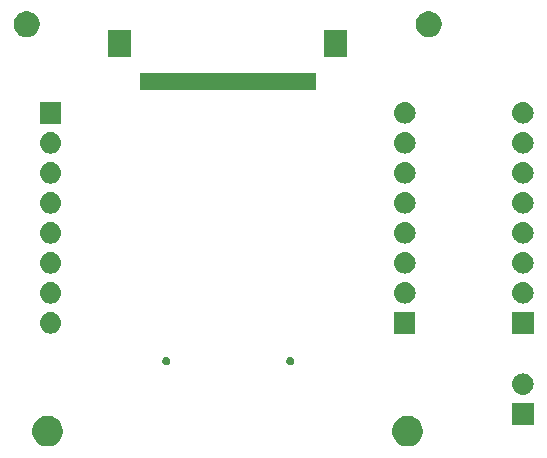
<source format=gts>
G04 #@! TF.GenerationSoftware,KiCad,Pcbnew,(5.1.0)-1*
G04 #@! TF.CreationDate,2019-07-18T12:24:04+05:30*
G04 #@! TF.ProjectId,AR0135_adapter_rev1,41523031-3335-45f6-9164-61707465725f,rev?*
G04 #@! TF.SameCoordinates,Original*
G04 #@! TF.FileFunction,Soldermask,Top*
G04 #@! TF.FilePolarity,Negative*
%FSLAX46Y46*%
G04 Gerber Fmt 4.6, Leading zero omitted, Abs format (unit mm)*
G04 Created by KiCad (PCBNEW (5.1.0)-1) date 2019-07-18 12:24:04*
%MOMM*%
%LPD*%
G04 APERTURE LIST*
%ADD10C,0.100000*%
G04 APERTURE END LIST*
D10*
G36*
X55619487Y-46193996D02*
G01*
X55856253Y-46292068D01*
X55856255Y-46292069D01*
X56069339Y-46434447D01*
X56250553Y-46615661D01*
X56392932Y-46828747D01*
X56491004Y-47065513D01*
X56541000Y-47316861D01*
X56541000Y-47573139D01*
X56491004Y-47824487D01*
X56392932Y-48061253D01*
X56392931Y-48061255D01*
X56250553Y-48274339D01*
X56069339Y-48455553D01*
X55856255Y-48597931D01*
X55856254Y-48597932D01*
X55856253Y-48597932D01*
X55619487Y-48696004D01*
X55368139Y-48746000D01*
X55111861Y-48746000D01*
X54860513Y-48696004D01*
X54623747Y-48597932D01*
X54623746Y-48597932D01*
X54623745Y-48597931D01*
X54410661Y-48455553D01*
X54229447Y-48274339D01*
X54087069Y-48061255D01*
X54087068Y-48061253D01*
X53988996Y-47824487D01*
X53939000Y-47573139D01*
X53939000Y-47316861D01*
X53988996Y-47065513D01*
X54087068Y-46828747D01*
X54229447Y-46615661D01*
X54410661Y-46434447D01*
X54623745Y-46292069D01*
X54623747Y-46292068D01*
X54860513Y-46193996D01*
X55111861Y-46144000D01*
X55368139Y-46144000D01*
X55619487Y-46193996D01*
X55619487Y-46193996D01*
G37*
G36*
X25139487Y-46193996D02*
G01*
X25376253Y-46292068D01*
X25376255Y-46292069D01*
X25589339Y-46434447D01*
X25770553Y-46615661D01*
X25912932Y-46828747D01*
X26011004Y-47065513D01*
X26061000Y-47316861D01*
X26061000Y-47573139D01*
X26011004Y-47824487D01*
X25912932Y-48061253D01*
X25912931Y-48061255D01*
X25770553Y-48274339D01*
X25589339Y-48455553D01*
X25376255Y-48597931D01*
X25376254Y-48597932D01*
X25376253Y-48597932D01*
X25139487Y-48696004D01*
X24888139Y-48746000D01*
X24631861Y-48746000D01*
X24380513Y-48696004D01*
X24143747Y-48597932D01*
X24143746Y-48597932D01*
X24143745Y-48597931D01*
X23930661Y-48455553D01*
X23749447Y-48274339D01*
X23607069Y-48061255D01*
X23607068Y-48061253D01*
X23508996Y-47824487D01*
X23459000Y-47573139D01*
X23459000Y-47316861D01*
X23508996Y-47065513D01*
X23607068Y-46828747D01*
X23749447Y-46615661D01*
X23930661Y-46434447D01*
X24143745Y-46292069D01*
X24143747Y-46292068D01*
X24380513Y-46193996D01*
X24631861Y-46144000D01*
X24888139Y-46144000D01*
X25139487Y-46193996D01*
X25139487Y-46193996D01*
G37*
G36*
X65901000Y-46901000D02*
G01*
X64099000Y-46901000D01*
X64099000Y-45099000D01*
X65901000Y-45099000D01*
X65901000Y-46901000D01*
X65901000Y-46901000D01*
G37*
G36*
X65110443Y-42565519D02*
G01*
X65176627Y-42572037D01*
X65346466Y-42623557D01*
X65502991Y-42707222D01*
X65538729Y-42736552D01*
X65640186Y-42819814D01*
X65723448Y-42921271D01*
X65752778Y-42957009D01*
X65836443Y-43113534D01*
X65887963Y-43283373D01*
X65905359Y-43460000D01*
X65887963Y-43636627D01*
X65836443Y-43806466D01*
X65752778Y-43962991D01*
X65723448Y-43998729D01*
X65640186Y-44100186D01*
X65538729Y-44183448D01*
X65502991Y-44212778D01*
X65346466Y-44296443D01*
X65176627Y-44347963D01*
X65110443Y-44354481D01*
X65044260Y-44361000D01*
X64955740Y-44361000D01*
X64889557Y-44354481D01*
X64823373Y-44347963D01*
X64653534Y-44296443D01*
X64497009Y-44212778D01*
X64461271Y-44183448D01*
X64359814Y-44100186D01*
X64276552Y-43998729D01*
X64247222Y-43962991D01*
X64163557Y-43806466D01*
X64112037Y-43636627D01*
X64094641Y-43460000D01*
X64112037Y-43283373D01*
X64163557Y-43113534D01*
X64247222Y-42957009D01*
X64276552Y-42921271D01*
X64359814Y-42819814D01*
X64461271Y-42736552D01*
X64497009Y-42707222D01*
X64653534Y-42623557D01*
X64823373Y-42572037D01*
X64889557Y-42565519D01*
X64955740Y-42559000D01*
X65044260Y-42559000D01*
X65110443Y-42565519D01*
X65110443Y-42565519D01*
G37*
G36*
X45402383Y-41162489D02*
G01*
X45402386Y-41162490D01*
X45402385Y-41162490D01*
X45466258Y-41188946D01*
X45523748Y-41227360D01*
X45572640Y-41276252D01*
X45611054Y-41333742D01*
X45632624Y-41385818D01*
X45637511Y-41397617D01*
X45651000Y-41465430D01*
X45651000Y-41534570D01*
X45637511Y-41602383D01*
X45637510Y-41602385D01*
X45611054Y-41666258D01*
X45572640Y-41723748D01*
X45523748Y-41772640D01*
X45466258Y-41811054D01*
X45414182Y-41832624D01*
X45402383Y-41837511D01*
X45334570Y-41851000D01*
X45265430Y-41851000D01*
X45197617Y-41837511D01*
X45185818Y-41832624D01*
X45133742Y-41811054D01*
X45076252Y-41772640D01*
X45027360Y-41723748D01*
X44988946Y-41666258D01*
X44962490Y-41602385D01*
X44962489Y-41602383D01*
X44949000Y-41534570D01*
X44949000Y-41465430D01*
X44962489Y-41397617D01*
X44967376Y-41385818D01*
X44988946Y-41333742D01*
X45027360Y-41276252D01*
X45076252Y-41227360D01*
X45133742Y-41188946D01*
X45197615Y-41162490D01*
X45197614Y-41162490D01*
X45197617Y-41162489D01*
X45265430Y-41149000D01*
X45334570Y-41149000D01*
X45402383Y-41162489D01*
X45402383Y-41162489D01*
G37*
G36*
X34902383Y-41162489D02*
G01*
X34902386Y-41162490D01*
X34902385Y-41162490D01*
X34966258Y-41188946D01*
X35023748Y-41227360D01*
X35072640Y-41276252D01*
X35111054Y-41333742D01*
X35132624Y-41385818D01*
X35137511Y-41397617D01*
X35151000Y-41465430D01*
X35151000Y-41534570D01*
X35137511Y-41602383D01*
X35137510Y-41602385D01*
X35111054Y-41666258D01*
X35072640Y-41723748D01*
X35023748Y-41772640D01*
X34966258Y-41811054D01*
X34914182Y-41832624D01*
X34902383Y-41837511D01*
X34834570Y-41851000D01*
X34765430Y-41851000D01*
X34697617Y-41837511D01*
X34685818Y-41832624D01*
X34633742Y-41811054D01*
X34576252Y-41772640D01*
X34527360Y-41723748D01*
X34488946Y-41666258D01*
X34462490Y-41602385D01*
X34462489Y-41602383D01*
X34449000Y-41534570D01*
X34449000Y-41465430D01*
X34462489Y-41397617D01*
X34467376Y-41385818D01*
X34488946Y-41333742D01*
X34527360Y-41276252D01*
X34576252Y-41227360D01*
X34633742Y-41188946D01*
X34697615Y-41162490D01*
X34697614Y-41162490D01*
X34697617Y-41162489D01*
X34765430Y-41149000D01*
X34834570Y-41149000D01*
X34902383Y-41162489D01*
X34902383Y-41162489D01*
G37*
G36*
X25110442Y-37385518D02*
G01*
X25176627Y-37392037D01*
X25346466Y-37443557D01*
X25502991Y-37527222D01*
X25538729Y-37556552D01*
X25640186Y-37639814D01*
X25723448Y-37741271D01*
X25752778Y-37777009D01*
X25836443Y-37933534D01*
X25887963Y-38103373D01*
X25905359Y-38280000D01*
X25887963Y-38456627D01*
X25836443Y-38626466D01*
X25752778Y-38782991D01*
X25723448Y-38818729D01*
X25640186Y-38920186D01*
X25538729Y-39003448D01*
X25502991Y-39032778D01*
X25346466Y-39116443D01*
X25176627Y-39167963D01*
X25110443Y-39174481D01*
X25044260Y-39181000D01*
X24955740Y-39181000D01*
X24889557Y-39174481D01*
X24823373Y-39167963D01*
X24653534Y-39116443D01*
X24497009Y-39032778D01*
X24461271Y-39003448D01*
X24359814Y-38920186D01*
X24276552Y-38818729D01*
X24247222Y-38782991D01*
X24163557Y-38626466D01*
X24112037Y-38456627D01*
X24094641Y-38280000D01*
X24112037Y-38103373D01*
X24163557Y-37933534D01*
X24247222Y-37777009D01*
X24276552Y-37741271D01*
X24359814Y-37639814D01*
X24461271Y-37556552D01*
X24497009Y-37527222D01*
X24653534Y-37443557D01*
X24823373Y-37392037D01*
X24889558Y-37385518D01*
X24955740Y-37379000D01*
X25044260Y-37379000D01*
X25110442Y-37385518D01*
X25110442Y-37385518D01*
G37*
G36*
X55901000Y-39181000D02*
G01*
X54099000Y-39181000D01*
X54099000Y-37379000D01*
X55901000Y-37379000D01*
X55901000Y-39181000D01*
X55901000Y-39181000D01*
G37*
G36*
X65901000Y-39181000D02*
G01*
X64099000Y-39181000D01*
X64099000Y-37379000D01*
X65901000Y-37379000D01*
X65901000Y-39181000D01*
X65901000Y-39181000D01*
G37*
G36*
X65110443Y-34845519D02*
G01*
X65176627Y-34852037D01*
X65346466Y-34903557D01*
X65502991Y-34987222D01*
X65538729Y-35016552D01*
X65640186Y-35099814D01*
X65723448Y-35201271D01*
X65752778Y-35237009D01*
X65836443Y-35393534D01*
X65887963Y-35563373D01*
X65905359Y-35740000D01*
X65887963Y-35916627D01*
X65836443Y-36086466D01*
X65752778Y-36242991D01*
X65723448Y-36278729D01*
X65640186Y-36380186D01*
X65538729Y-36463448D01*
X65502991Y-36492778D01*
X65346466Y-36576443D01*
X65176627Y-36627963D01*
X65110442Y-36634482D01*
X65044260Y-36641000D01*
X64955740Y-36641000D01*
X64889558Y-36634482D01*
X64823373Y-36627963D01*
X64653534Y-36576443D01*
X64497009Y-36492778D01*
X64461271Y-36463448D01*
X64359814Y-36380186D01*
X64276552Y-36278729D01*
X64247222Y-36242991D01*
X64163557Y-36086466D01*
X64112037Y-35916627D01*
X64094641Y-35740000D01*
X64112037Y-35563373D01*
X64163557Y-35393534D01*
X64247222Y-35237009D01*
X64276552Y-35201271D01*
X64359814Y-35099814D01*
X64461271Y-35016552D01*
X64497009Y-34987222D01*
X64653534Y-34903557D01*
X64823373Y-34852037D01*
X64889557Y-34845519D01*
X64955740Y-34839000D01*
X65044260Y-34839000D01*
X65110443Y-34845519D01*
X65110443Y-34845519D01*
G37*
G36*
X55110443Y-34845519D02*
G01*
X55176627Y-34852037D01*
X55346466Y-34903557D01*
X55502991Y-34987222D01*
X55538729Y-35016552D01*
X55640186Y-35099814D01*
X55723448Y-35201271D01*
X55752778Y-35237009D01*
X55836443Y-35393534D01*
X55887963Y-35563373D01*
X55905359Y-35740000D01*
X55887963Y-35916627D01*
X55836443Y-36086466D01*
X55752778Y-36242991D01*
X55723448Y-36278729D01*
X55640186Y-36380186D01*
X55538729Y-36463448D01*
X55502991Y-36492778D01*
X55346466Y-36576443D01*
X55176627Y-36627963D01*
X55110442Y-36634482D01*
X55044260Y-36641000D01*
X54955740Y-36641000D01*
X54889558Y-36634482D01*
X54823373Y-36627963D01*
X54653534Y-36576443D01*
X54497009Y-36492778D01*
X54461271Y-36463448D01*
X54359814Y-36380186D01*
X54276552Y-36278729D01*
X54247222Y-36242991D01*
X54163557Y-36086466D01*
X54112037Y-35916627D01*
X54094641Y-35740000D01*
X54112037Y-35563373D01*
X54163557Y-35393534D01*
X54247222Y-35237009D01*
X54276552Y-35201271D01*
X54359814Y-35099814D01*
X54461271Y-35016552D01*
X54497009Y-34987222D01*
X54653534Y-34903557D01*
X54823373Y-34852037D01*
X54889557Y-34845519D01*
X54955740Y-34839000D01*
X55044260Y-34839000D01*
X55110443Y-34845519D01*
X55110443Y-34845519D01*
G37*
G36*
X25110443Y-34845519D02*
G01*
X25176627Y-34852037D01*
X25346466Y-34903557D01*
X25502991Y-34987222D01*
X25538729Y-35016552D01*
X25640186Y-35099814D01*
X25723448Y-35201271D01*
X25752778Y-35237009D01*
X25836443Y-35393534D01*
X25887963Y-35563373D01*
X25905359Y-35740000D01*
X25887963Y-35916627D01*
X25836443Y-36086466D01*
X25752778Y-36242991D01*
X25723448Y-36278729D01*
X25640186Y-36380186D01*
X25538729Y-36463448D01*
X25502991Y-36492778D01*
X25346466Y-36576443D01*
X25176627Y-36627963D01*
X25110442Y-36634482D01*
X25044260Y-36641000D01*
X24955740Y-36641000D01*
X24889558Y-36634482D01*
X24823373Y-36627963D01*
X24653534Y-36576443D01*
X24497009Y-36492778D01*
X24461271Y-36463448D01*
X24359814Y-36380186D01*
X24276552Y-36278729D01*
X24247222Y-36242991D01*
X24163557Y-36086466D01*
X24112037Y-35916627D01*
X24094641Y-35740000D01*
X24112037Y-35563373D01*
X24163557Y-35393534D01*
X24247222Y-35237009D01*
X24276552Y-35201271D01*
X24359814Y-35099814D01*
X24461271Y-35016552D01*
X24497009Y-34987222D01*
X24653534Y-34903557D01*
X24823373Y-34852037D01*
X24889557Y-34845519D01*
X24955740Y-34839000D01*
X25044260Y-34839000D01*
X25110443Y-34845519D01*
X25110443Y-34845519D01*
G37*
G36*
X25110443Y-32305519D02*
G01*
X25176627Y-32312037D01*
X25346466Y-32363557D01*
X25502991Y-32447222D01*
X25538729Y-32476552D01*
X25640186Y-32559814D01*
X25723448Y-32661271D01*
X25752778Y-32697009D01*
X25836443Y-32853534D01*
X25887963Y-33023373D01*
X25905359Y-33200000D01*
X25887963Y-33376627D01*
X25836443Y-33546466D01*
X25752778Y-33702991D01*
X25723448Y-33738729D01*
X25640186Y-33840186D01*
X25538729Y-33923448D01*
X25502991Y-33952778D01*
X25346466Y-34036443D01*
X25176627Y-34087963D01*
X25110443Y-34094481D01*
X25044260Y-34101000D01*
X24955740Y-34101000D01*
X24889557Y-34094481D01*
X24823373Y-34087963D01*
X24653534Y-34036443D01*
X24497009Y-33952778D01*
X24461271Y-33923448D01*
X24359814Y-33840186D01*
X24276552Y-33738729D01*
X24247222Y-33702991D01*
X24163557Y-33546466D01*
X24112037Y-33376627D01*
X24094641Y-33200000D01*
X24112037Y-33023373D01*
X24163557Y-32853534D01*
X24247222Y-32697009D01*
X24276552Y-32661271D01*
X24359814Y-32559814D01*
X24461271Y-32476552D01*
X24497009Y-32447222D01*
X24653534Y-32363557D01*
X24823373Y-32312037D01*
X24889557Y-32305519D01*
X24955740Y-32299000D01*
X25044260Y-32299000D01*
X25110443Y-32305519D01*
X25110443Y-32305519D01*
G37*
G36*
X55110443Y-32305519D02*
G01*
X55176627Y-32312037D01*
X55346466Y-32363557D01*
X55502991Y-32447222D01*
X55538729Y-32476552D01*
X55640186Y-32559814D01*
X55723448Y-32661271D01*
X55752778Y-32697009D01*
X55836443Y-32853534D01*
X55887963Y-33023373D01*
X55905359Y-33200000D01*
X55887963Y-33376627D01*
X55836443Y-33546466D01*
X55752778Y-33702991D01*
X55723448Y-33738729D01*
X55640186Y-33840186D01*
X55538729Y-33923448D01*
X55502991Y-33952778D01*
X55346466Y-34036443D01*
X55176627Y-34087963D01*
X55110443Y-34094481D01*
X55044260Y-34101000D01*
X54955740Y-34101000D01*
X54889557Y-34094481D01*
X54823373Y-34087963D01*
X54653534Y-34036443D01*
X54497009Y-33952778D01*
X54461271Y-33923448D01*
X54359814Y-33840186D01*
X54276552Y-33738729D01*
X54247222Y-33702991D01*
X54163557Y-33546466D01*
X54112037Y-33376627D01*
X54094641Y-33200000D01*
X54112037Y-33023373D01*
X54163557Y-32853534D01*
X54247222Y-32697009D01*
X54276552Y-32661271D01*
X54359814Y-32559814D01*
X54461271Y-32476552D01*
X54497009Y-32447222D01*
X54653534Y-32363557D01*
X54823373Y-32312037D01*
X54889557Y-32305519D01*
X54955740Y-32299000D01*
X55044260Y-32299000D01*
X55110443Y-32305519D01*
X55110443Y-32305519D01*
G37*
G36*
X65110443Y-32305519D02*
G01*
X65176627Y-32312037D01*
X65346466Y-32363557D01*
X65502991Y-32447222D01*
X65538729Y-32476552D01*
X65640186Y-32559814D01*
X65723448Y-32661271D01*
X65752778Y-32697009D01*
X65836443Y-32853534D01*
X65887963Y-33023373D01*
X65905359Y-33200000D01*
X65887963Y-33376627D01*
X65836443Y-33546466D01*
X65752778Y-33702991D01*
X65723448Y-33738729D01*
X65640186Y-33840186D01*
X65538729Y-33923448D01*
X65502991Y-33952778D01*
X65346466Y-34036443D01*
X65176627Y-34087963D01*
X65110443Y-34094481D01*
X65044260Y-34101000D01*
X64955740Y-34101000D01*
X64889557Y-34094481D01*
X64823373Y-34087963D01*
X64653534Y-34036443D01*
X64497009Y-33952778D01*
X64461271Y-33923448D01*
X64359814Y-33840186D01*
X64276552Y-33738729D01*
X64247222Y-33702991D01*
X64163557Y-33546466D01*
X64112037Y-33376627D01*
X64094641Y-33200000D01*
X64112037Y-33023373D01*
X64163557Y-32853534D01*
X64247222Y-32697009D01*
X64276552Y-32661271D01*
X64359814Y-32559814D01*
X64461271Y-32476552D01*
X64497009Y-32447222D01*
X64653534Y-32363557D01*
X64823373Y-32312037D01*
X64889557Y-32305519D01*
X64955740Y-32299000D01*
X65044260Y-32299000D01*
X65110443Y-32305519D01*
X65110443Y-32305519D01*
G37*
G36*
X55110443Y-29765519D02*
G01*
X55176627Y-29772037D01*
X55346466Y-29823557D01*
X55502991Y-29907222D01*
X55538729Y-29936552D01*
X55640186Y-30019814D01*
X55723448Y-30121271D01*
X55752778Y-30157009D01*
X55836443Y-30313534D01*
X55887963Y-30483373D01*
X55905359Y-30660000D01*
X55887963Y-30836627D01*
X55836443Y-31006466D01*
X55752778Y-31162991D01*
X55723448Y-31198729D01*
X55640186Y-31300186D01*
X55538729Y-31383448D01*
X55502991Y-31412778D01*
X55346466Y-31496443D01*
X55176627Y-31547963D01*
X55110443Y-31554481D01*
X55044260Y-31561000D01*
X54955740Y-31561000D01*
X54889557Y-31554481D01*
X54823373Y-31547963D01*
X54653534Y-31496443D01*
X54497009Y-31412778D01*
X54461271Y-31383448D01*
X54359814Y-31300186D01*
X54276552Y-31198729D01*
X54247222Y-31162991D01*
X54163557Y-31006466D01*
X54112037Y-30836627D01*
X54094641Y-30660000D01*
X54112037Y-30483373D01*
X54163557Y-30313534D01*
X54247222Y-30157009D01*
X54276552Y-30121271D01*
X54359814Y-30019814D01*
X54461271Y-29936552D01*
X54497009Y-29907222D01*
X54653534Y-29823557D01*
X54823373Y-29772037D01*
X54889557Y-29765519D01*
X54955740Y-29759000D01*
X55044260Y-29759000D01*
X55110443Y-29765519D01*
X55110443Y-29765519D01*
G37*
G36*
X25110443Y-29765519D02*
G01*
X25176627Y-29772037D01*
X25346466Y-29823557D01*
X25502991Y-29907222D01*
X25538729Y-29936552D01*
X25640186Y-30019814D01*
X25723448Y-30121271D01*
X25752778Y-30157009D01*
X25836443Y-30313534D01*
X25887963Y-30483373D01*
X25905359Y-30660000D01*
X25887963Y-30836627D01*
X25836443Y-31006466D01*
X25752778Y-31162991D01*
X25723448Y-31198729D01*
X25640186Y-31300186D01*
X25538729Y-31383448D01*
X25502991Y-31412778D01*
X25346466Y-31496443D01*
X25176627Y-31547963D01*
X25110443Y-31554481D01*
X25044260Y-31561000D01*
X24955740Y-31561000D01*
X24889557Y-31554481D01*
X24823373Y-31547963D01*
X24653534Y-31496443D01*
X24497009Y-31412778D01*
X24461271Y-31383448D01*
X24359814Y-31300186D01*
X24276552Y-31198729D01*
X24247222Y-31162991D01*
X24163557Y-31006466D01*
X24112037Y-30836627D01*
X24094641Y-30660000D01*
X24112037Y-30483373D01*
X24163557Y-30313534D01*
X24247222Y-30157009D01*
X24276552Y-30121271D01*
X24359814Y-30019814D01*
X24461271Y-29936552D01*
X24497009Y-29907222D01*
X24653534Y-29823557D01*
X24823373Y-29772037D01*
X24889557Y-29765519D01*
X24955740Y-29759000D01*
X25044260Y-29759000D01*
X25110443Y-29765519D01*
X25110443Y-29765519D01*
G37*
G36*
X65110443Y-29765519D02*
G01*
X65176627Y-29772037D01*
X65346466Y-29823557D01*
X65502991Y-29907222D01*
X65538729Y-29936552D01*
X65640186Y-30019814D01*
X65723448Y-30121271D01*
X65752778Y-30157009D01*
X65836443Y-30313534D01*
X65887963Y-30483373D01*
X65905359Y-30660000D01*
X65887963Y-30836627D01*
X65836443Y-31006466D01*
X65752778Y-31162991D01*
X65723448Y-31198729D01*
X65640186Y-31300186D01*
X65538729Y-31383448D01*
X65502991Y-31412778D01*
X65346466Y-31496443D01*
X65176627Y-31547963D01*
X65110443Y-31554481D01*
X65044260Y-31561000D01*
X64955740Y-31561000D01*
X64889557Y-31554481D01*
X64823373Y-31547963D01*
X64653534Y-31496443D01*
X64497009Y-31412778D01*
X64461271Y-31383448D01*
X64359814Y-31300186D01*
X64276552Y-31198729D01*
X64247222Y-31162991D01*
X64163557Y-31006466D01*
X64112037Y-30836627D01*
X64094641Y-30660000D01*
X64112037Y-30483373D01*
X64163557Y-30313534D01*
X64247222Y-30157009D01*
X64276552Y-30121271D01*
X64359814Y-30019814D01*
X64461271Y-29936552D01*
X64497009Y-29907222D01*
X64653534Y-29823557D01*
X64823373Y-29772037D01*
X64889557Y-29765519D01*
X64955740Y-29759000D01*
X65044260Y-29759000D01*
X65110443Y-29765519D01*
X65110443Y-29765519D01*
G37*
G36*
X65110443Y-27225519D02*
G01*
X65176627Y-27232037D01*
X65346466Y-27283557D01*
X65502991Y-27367222D01*
X65538729Y-27396552D01*
X65640186Y-27479814D01*
X65723448Y-27581271D01*
X65752778Y-27617009D01*
X65836443Y-27773534D01*
X65887963Y-27943373D01*
X65905359Y-28120000D01*
X65887963Y-28296627D01*
X65836443Y-28466466D01*
X65752778Y-28622991D01*
X65723448Y-28658729D01*
X65640186Y-28760186D01*
X65538729Y-28843448D01*
X65502991Y-28872778D01*
X65346466Y-28956443D01*
X65176627Y-29007963D01*
X65110443Y-29014481D01*
X65044260Y-29021000D01*
X64955740Y-29021000D01*
X64889557Y-29014481D01*
X64823373Y-29007963D01*
X64653534Y-28956443D01*
X64497009Y-28872778D01*
X64461271Y-28843448D01*
X64359814Y-28760186D01*
X64276552Y-28658729D01*
X64247222Y-28622991D01*
X64163557Y-28466466D01*
X64112037Y-28296627D01*
X64094641Y-28120000D01*
X64112037Y-27943373D01*
X64163557Y-27773534D01*
X64247222Y-27617009D01*
X64276552Y-27581271D01*
X64359814Y-27479814D01*
X64461271Y-27396552D01*
X64497009Y-27367222D01*
X64653534Y-27283557D01*
X64823373Y-27232037D01*
X64889557Y-27225519D01*
X64955740Y-27219000D01*
X65044260Y-27219000D01*
X65110443Y-27225519D01*
X65110443Y-27225519D01*
G37*
G36*
X25110443Y-27225519D02*
G01*
X25176627Y-27232037D01*
X25346466Y-27283557D01*
X25502991Y-27367222D01*
X25538729Y-27396552D01*
X25640186Y-27479814D01*
X25723448Y-27581271D01*
X25752778Y-27617009D01*
X25836443Y-27773534D01*
X25887963Y-27943373D01*
X25905359Y-28120000D01*
X25887963Y-28296627D01*
X25836443Y-28466466D01*
X25752778Y-28622991D01*
X25723448Y-28658729D01*
X25640186Y-28760186D01*
X25538729Y-28843448D01*
X25502991Y-28872778D01*
X25346466Y-28956443D01*
X25176627Y-29007963D01*
X25110443Y-29014481D01*
X25044260Y-29021000D01*
X24955740Y-29021000D01*
X24889557Y-29014481D01*
X24823373Y-29007963D01*
X24653534Y-28956443D01*
X24497009Y-28872778D01*
X24461271Y-28843448D01*
X24359814Y-28760186D01*
X24276552Y-28658729D01*
X24247222Y-28622991D01*
X24163557Y-28466466D01*
X24112037Y-28296627D01*
X24094641Y-28120000D01*
X24112037Y-27943373D01*
X24163557Y-27773534D01*
X24247222Y-27617009D01*
X24276552Y-27581271D01*
X24359814Y-27479814D01*
X24461271Y-27396552D01*
X24497009Y-27367222D01*
X24653534Y-27283557D01*
X24823373Y-27232037D01*
X24889557Y-27225519D01*
X24955740Y-27219000D01*
X25044260Y-27219000D01*
X25110443Y-27225519D01*
X25110443Y-27225519D01*
G37*
G36*
X55110443Y-27225519D02*
G01*
X55176627Y-27232037D01*
X55346466Y-27283557D01*
X55502991Y-27367222D01*
X55538729Y-27396552D01*
X55640186Y-27479814D01*
X55723448Y-27581271D01*
X55752778Y-27617009D01*
X55836443Y-27773534D01*
X55887963Y-27943373D01*
X55905359Y-28120000D01*
X55887963Y-28296627D01*
X55836443Y-28466466D01*
X55752778Y-28622991D01*
X55723448Y-28658729D01*
X55640186Y-28760186D01*
X55538729Y-28843448D01*
X55502991Y-28872778D01*
X55346466Y-28956443D01*
X55176627Y-29007963D01*
X55110443Y-29014481D01*
X55044260Y-29021000D01*
X54955740Y-29021000D01*
X54889557Y-29014481D01*
X54823373Y-29007963D01*
X54653534Y-28956443D01*
X54497009Y-28872778D01*
X54461271Y-28843448D01*
X54359814Y-28760186D01*
X54276552Y-28658729D01*
X54247222Y-28622991D01*
X54163557Y-28466466D01*
X54112037Y-28296627D01*
X54094641Y-28120000D01*
X54112037Y-27943373D01*
X54163557Y-27773534D01*
X54247222Y-27617009D01*
X54276552Y-27581271D01*
X54359814Y-27479814D01*
X54461271Y-27396552D01*
X54497009Y-27367222D01*
X54653534Y-27283557D01*
X54823373Y-27232037D01*
X54889557Y-27225519D01*
X54955740Y-27219000D01*
X55044260Y-27219000D01*
X55110443Y-27225519D01*
X55110443Y-27225519D01*
G37*
G36*
X25110443Y-24685519D02*
G01*
X25176627Y-24692037D01*
X25346466Y-24743557D01*
X25502991Y-24827222D01*
X25538729Y-24856552D01*
X25640186Y-24939814D01*
X25723448Y-25041271D01*
X25752778Y-25077009D01*
X25836443Y-25233534D01*
X25887963Y-25403373D01*
X25905359Y-25580000D01*
X25887963Y-25756627D01*
X25836443Y-25926466D01*
X25752778Y-26082991D01*
X25723448Y-26118729D01*
X25640186Y-26220186D01*
X25538729Y-26303448D01*
X25502991Y-26332778D01*
X25346466Y-26416443D01*
X25176627Y-26467963D01*
X25110443Y-26474481D01*
X25044260Y-26481000D01*
X24955740Y-26481000D01*
X24889557Y-26474481D01*
X24823373Y-26467963D01*
X24653534Y-26416443D01*
X24497009Y-26332778D01*
X24461271Y-26303448D01*
X24359814Y-26220186D01*
X24276552Y-26118729D01*
X24247222Y-26082991D01*
X24163557Y-25926466D01*
X24112037Y-25756627D01*
X24094641Y-25580000D01*
X24112037Y-25403373D01*
X24163557Y-25233534D01*
X24247222Y-25077009D01*
X24276552Y-25041271D01*
X24359814Y-24939814D01*
X24461271Y-24856552D01*
X24497009Y-24827222D01*
X24653534Y-24743557D01*
X24823373Y-24692037D01*
X24889557Y-24685519D01*
X24955740Y-24679000D01*
X25044260Y-24679000D01*
X25110443Y-24685519D01*
X25110443Y-24685519D01*
G37*
G36*
X65110443Y-24685519D02*
G01*
X65176627Y-24692037D01*
X65346466Y-24743557D01*
X65502991Y-24827222D01*
X65538729Y-24856552D01*
X65640186Y-24939814D01*
X65723448Y-25041271D01*
X65752778Y-25077009D01*
X65836443Y-25233534D01*
X65887963Y-25403373D01*
X65905359Y-25580000D01*
X65887963Y-25756627D01*
X65836443Y-25926466D01*
X65752778Y-26082991D01*
X65723448Y-26118729D01*
X65640186Y-26220186D01*
X65538729Y-26303448D01*
X65502991Y-26332778D01*
X65346466Y-26416443D01*
X65176627Y-26467963D01*
X65110443Y-26474481D01*
X65044260Y-26481000D01*
X64955740Y-26481000D01*
X64889557Y-26474481D01*
X64823373Y-26467963D01*
X64653534Y-26416443D01*
X64497009Y-26332778D01*
X64461271Y-26303448D01*
X64359814Y-26220186D01*
X64276552Y-26118729D01*
X64247222Y-26082991D01*
X64163557Y-25926466D01*
X64112037Y-25756627D01*
X64094641Y-25580000D01*
X64112037Y-25403373D01*
X64163557Y-25233534D01*
X64247222Y-25077009D01*
X64276552Y-25041271D01*
X64359814Y-24939814D01*
X64461271Y-24856552D01*
X64497009Y-24827222D01*
X64653534Y-24743557D01*
X64823373Y-24692037D01*
X64889557Y-24685519D01*
X64955740Y-24679000D01*
X65044260Y-24679000D01*
X65110443Y-24685519D01*
X65110443Y-24685519D01*
G37*
G36*
X55110443Y-24685519D02*
G01*
X55176627Y-24692037D01*
X55346466Y-24743557D01*
X55502991Y-24827222D01*
X55538729Y-24856552D01*
X55640186Y-24939814D01*
X55723448Y-25041271D01*
X55752778Y-25077009D01*
X55836443Y-25233534D01*
X55887963Y-25403373D01*
X55905359Y-25580000D01*
X55887963Y-25756627D01*
X55836443Y-25926466D01*
X55752778Y-26082991D01*
X55723448Y-26118729D01*
X55640186Y-26220186D01*
X55538729Y-26303448D01*
X55502991Y-26332778D01*
X55346466Y-26416443D01*
X55176627Y-26467963D01*
X55110443Y-26474481D01*
X55044260Y-26481000D01*
X54955740Y-26481000D01*
X54889557Y-26474481D01*
X54823373Y-26467963D01*
X54653534Y-26416443D01*
X54497009Y-26332778D01*
X54461271Y-26303448D01*
X54359814Y-26220186D01*
X54276552Y-26118729D01*
X54247222Y-26082991D01*
X54163557Y-25926466D01*
X54112037Y-25756627D01*
X54094641Y-25580000D01*
X54112037Y-25403373D01*
X54163557Y-25233534D01*
X54247222Y-25077009D01*
X54276552Y-25041271D01*
X54359814Y-24939814D01*
X54461271Y-24856552D01*
X54497009Y-24827222D01*
X54653534Y-24743557D01*
X54823373Y-24692037D01*
X54889557Y-24685519D01*
X54955740Y-24679000D01*
X55044260Y-24679000D01*
X55110443Y-24685519D01*
X55110443Y-24685519D01*
G37*
G36*
X65110442Y-22145518D02*
G01*
X65176627Y-22152037D01*
X65346466Y-22203557D01*
X65502991Y-22287222D01*
X65538729Y-22316552D01*
X65640186Y-22399814D01*
X65723448Y-22501271D01*
X65752778Y-22537009D01*
X65836443Y-22693534D01*
X65887963Y-22863373D01*
X65905359Y-23040000D01*
X65887963Y-23216627D01*
X65836443Y-23386466D01*
X65752778Y-23542991D01*
X65723448Y-23578729D01*
X65640186Y-23680186D01*
X65538729Y-23763448D01*
X65502991Y-23792778D01*
X65346466Y-23876443D01*
X65176627Y-23927963D01*
X65110442Y-23934482D01*
X65044260Y-23941000D01*
X64955740Y-23941000D01*
X64889558Y-23934482D01*
X64823373Y-23927963D01*
X64653534Y-23876443D01*
X64497009Y-23792778D01*
X64461271Y-23763448D01*
X64359814Y-23680186D01*
X64276552Y-23578729D01*
X64247222Y-23542991D01*
X64163557Y-23386466D01*
X64112037Y-23216627D01*
X64094641Y-23040000D01*
X64112037Y-22863373D01*
X64163557Y-22693534D01*
X64247222Y-22537009D01*
X64276552Y-22501271D01*
X64359814Y-22399814D01*
X64461271Y-22316552D01*
X64497009Y-22287222D01*
X64653534Y-22203557D01*
X64823373Y-22152037D01*
X64889557Y-22145519D01*
X64955740Y-22139000D01*
X65044260Y-22139000D01*
X65110442Y-22145518D01*
X65110442Y-22145518D01*
G37*
G36*
X25110442Y-22145518D02*
G01*
X25176627Y-22152037D01*
X25346466Y-22203557D01*
X25502991Y-22287222D01*
X25538729Y-22316552D01*
X25640186Y-22399814D01*
X25723448Y-22501271D01*
X25752778Y-22537009D01*
X25836443Y-22693534D01*
X25887963Y-22863373D01*
X25905359Y-23040000D01*
X25887963Y-23216627D01*
X25836443Y-23386466D01*
X25752778Y-23542991D01*
X25723448Y-23578729D01*
X25640186Y-23680186D01*
X25538729Y-23763448D01*
X25502991Y-23792778D01*
X25346466Y-23876443D01*
X25176627Y-23927963D01*
X25110442Y-23934482D01*
X25044260Y-23941000D01*
X24955740Y-23941000D01*
X24889558Y-23934482D01*
X24823373Y-23927963D01*
X24653534Y-23876443D01*
X24497009Y-23792778D01*
X24461271Y-23763448D01*
X24359814Y-23680186D01*
X24276552Y-23578729D01*
X24247222Y-23542991D01*
X24163557Y-23386466D01*
X24112037Y-23216627D01*
X24094641Y-23040000D01*
X24112037Y-22863373D01*
X24163557Y-22693534D01*
X24247222Y-22537009D01*
X24276552Y-22501271D01*
X24359814Y-22399814D01*
X24461271Y-22316552D01*
X24497009Y-22287222D01*
X24653534Y-22203557D01*
X24823373Y-22152037D01*
X24889558Y-22145518D01*
X24955740Y-22139000D01*
X25044260Y-22139000D01*
X25110442Y-22145518D01*
X25110442Y-22145518D01*
G37*
G36*
X55110442Y-22145518D02*
G01*
X55176627Y-22152037D01*
X55346466Y-22203557D01*
X55502991Y-22287222D01*
X55538729Y-22316552D01*
X55640186Y-22399814D01*
X55723448Y-22501271D01*
X55752778Y-22537009D01*
X55836443Y-22693534D01*
X55887963Y-22863373D01*
X55905359Y-23040000D01*
X55887963Y-23216627D01*
X55836443Y-23386466D01*
X55752778Y-23542991D01*
X55723448Y-23578729D01*
X55640186Y-23680186D01*
X55538729Y-23763448D01*
X55502991Y-23792778D01*
X55346466Y-23876443D01*
X55176627Y-23927963D01*
X55110442Y-23934482D01*
X55044260Y-23941000D01*
X54955740Y-23941000D01*
X54889558Y-23934482D01*
X54823373Y-23927963D01*
X54653534Y-23876443D01*
X54497009Y-23792778D01*
X54461271Y-23763448D01*
X54359814Y-23680186D01*
X54276552Y-23578729D01*
X54247222Y-23542991D01*
X54163557Y-23386466D01*
X54112037Y-23216627D01*
X54094641Y-23040000D01*
X54112037Y-22863373D01*
X54163557Y-22693534D01*
X54247222Y-22537009D01*
X54276552Y-22501271D01*
X54359814Y-22399814D01*
X54461271Y-22316552D01*
X54497009Y-22287222D01*
X54653534Y-22203557D01*
X54823373Y-22152037D01*
X54889557Y-22145519D01*
X54955740Y-22139000D01*
X55044260Y-22139000D01*
X55110442Y-22145518D01*
X55110442Y-22145518D01*
G37*
G36*
X55110442Y-19605518D02*
G01*
X55176627Y-19612037D01*
X55346466Y-19663557D01*
X55502991Y-19747222D01*
X55538729Y-19776552D01*
X55640186Y-19859814D01*
X55723448Y-19961271D01*
X55752778Y-19997009D01*
X55836443Y-20153534D01*
X55887963Y-20323373D01*
X55905359Y-20500000D01*
X55887963Y-20676627D01*
X55836443Y-20846466D01*
X55752778Y-21002991D01*
X55723448Y-21038729D01*
X55640186Y-21140186D01*
X55538729Y-21223448D01*
X55502991Y-21252778D01*
X55346466Y-21336443D01*
X55176627Y-21387963D01*
X55110443Y-21394481D01*
X55044260Y-21401000D01*
X54955740Y-21401000D01*
X54889558Y-21394482D01*
X54823373Y-21387963D01*
X54653534Y-21336443D01*
X54497009Y-21252778D01*
X54461271Y-21223448D01*
X54359814Y-21140186D01*
X54276552Y-21038729D01*
X54247222Y-21002991D01*
X54163557Y-20846466D01*
X54112037Y-20676627D01*
X54094641Y-20500000D01*
X54112037Y-20323373D01*
X54163557Y-20153534D01*
X54247222Y-19997009D01*
X54276552Y-19961271D01*
X54359814Y-19859814D01*
X54461271Y-19776552D01*
X54497009Y-19747222D01*
X54653534Y-19663557D01*
X54823373Y-19612037D01*
X54889558Y-19605518D01*
X54955740Y-19599000D01*
X55044260Y-19599000D01*
X55110442Y-19605518D01*
X55110442Y-19605518D01*
G37*
G36*
X65110442Y-19605518D02*
G01*
X65176627Y-19612037D01*
X65346466Y-19663557D01*
X65502991Y-19747222D01*
X65538729Y-19776552D01*
X65640186Y-19859814D01*
X65723448Y-19961271D01*
X65752778Y-19997009D01*
X65836443Y-20153534D01*
X65887963Y-20323373D01*
X65905359Y-20500000D01*
X65887963Y-20676627D01*
X65836443Y-20846466D01*
X65752778Y-21002991D01*
X65723448Y-21038729D01*
X65640186Y-21140186D01*
X65538729Y-21223448D01*
X65502991Y-21252778D01*
X65346466Y-21336443D01*
X65176627Y-21387963D01*
X65110443Y-21394481D01*
X65044260Y-21401000D01*
X64955740Y-21401000D01*
X64889558Y-21394482D01*
X64823373Y-21387963D01*
X64653534Y-21336443D01*
X64497009Y-21252778D01*
X64461271Y-21223448D01*
X64359814Y-21140186D01*
X64276552Y-21038729D01*
X64247222Y-21002991D01*
X64163557Y-20846466D01*
X64112037Y-20676627D01*
X64094641Y-20500000D01*
X64112037Y-20323373D01*
X64163557Y-20153534D01*
X64247222Y-19997009D01*
X64276552Y-19961271D01*
X64359814Y-19859814D01*
X64461271Y-19776552D01*
X64497009Y-19747222D01*
X64653534Y-19663557D01*
X64823373Y-19612037D01*
X64889558Y-19605518D01*
X64955740Y-19599000D01*
X65044260Y-19599000D01*
X65110442Y-19605518D01*
X65110442Y-19605518D01*
G37*
G36*
X25901000Y-21401000D02*
G01*
X24099000Y-21401000D01*
X24099000Y-19599000D01*
X25901000Y-19599000D01*
X25901000Y-21401000D01*
X25901000Y-21401000D01*
G37*
G36*
X47451000Y-18551000D02*
G01*
X32549000Y-18551000D01*
X32549000Y-17149000D01*
X47451000Y-17149000D01*
X47451000Y-18551000D01*
X47451000Y-18551000D01*
G37*
G36*
X50101000Y-15751000D02*
G01*
X48199000Y-15751000D01*
X48199000Y-13449000D01*
X50101000Y-13449000D01*
X50101000Y-15751000D01*
X50101000Y-15751000D01*
G37*
G36*
X31801000Y-15751000D02*
G01*
X29899000Y-15751000D01*
X29899000Y-13449000D01*
X31801000Y-13449000D01*
X31801000Y-15751000D01*
X31801000Y-15751000D01*
G37*
G36*
X57234794Y-11900155D02*
G01*
X57341150Y-11921311D01*
X57541520Y-12004307D01*
X57721844Y-12124795D01*
X57875205Y-12278156D01*
X57995693Y-12458480D01*
X58078689Y-12658851D01*
X58121000Y-12871560D01*
X58121000Y-13088440D01*
X58078689Y-13301149D01*
X57995693Y-13501520D01*
X57875205Y-13681844D01*
X57721844Y-13835205D01*
X57541520Y-13955693D01*
X57441334Y-13997191D01*
X57341150Y-14038689D01*
X57234795Y-14059844D01*
X57128440Y-14081000D01*
X56911560Y-14081000D01*
X56805205Y-14059844D01*
X56698850Y-14038689D01*
X56598666Y-13997191D01*
X56498480Y-13955693D01*
X56318156Y-13835205D01*
X56164795Y-13681844D01*
X56044307Y-13501520D01*
X55961311Y-13301149D01*
X55919000Y-13088440D01*
X55919000Y-12871560D01*
X55961311Y-12658851D01*
X56044307Y-12458480D01*
X56164795Y-12278156D01*
X56318156Y-12124795D01*
X56498480Y-12004307D01*
X56698850Y-11921311D01*
X56805206Y-11900155D01*
X56911560Y-11879000D01*
X57128440Y-11879000D01*
X57234794Y-11900155D01*
X57234794Y-11900155D01*
G37*
G36*
X23194794Y-11900155D02*
G01*
X23301150Y-11921311D01*
X23501520Y-12004307D01*
X23681844Y-12124795D01*
X23835205Y-12278156D01*
X23955693Y-12458480D01*
X24038689Y-12658851D01*
X24081000Y-12871560D01*
X24081000Y-13088440D01*
X24038689Y-13301149D01*
X23955693Y-13501520D01*
X23835205Y-13681844D01*
X23681844Y-13835205D01*
X23501520Y-13955693D01*
X23401334Y-13997191D01*
X23301150Y-14038689D01*
X23194795Y-14059844D01*
X23088440Y-14081000D01*
X22871560Y-14081000D01*
X22765205Y-14059844D01*
X22658850Y-14038689D01*
X22558666Y-13997191D01*
X22458480Y-13955693D01*
X22278156Y-13835205D01*
X22124795Y-13681844D01*
X22004307Y-13501520D01*
X21921311Y-13301149D01*
X21879000Y-13088440D01*
X21879000Y-12871560D01*
X21921311Y-12658851D01*
X22004307Y-12458480D01*
X22124795Y-12278156D01*
X22278156Y-12124795D01*
X22458480Y-12004307D01*
X22658850Y-11921311D01*
X22765206Y-11900155D01*
X22871560Y-11879000D01*
X23088440Y-11879000D01*
X23194794Y-11900155D01*
X23194794Y-11900155D01*
G37*
M02*

</source>
